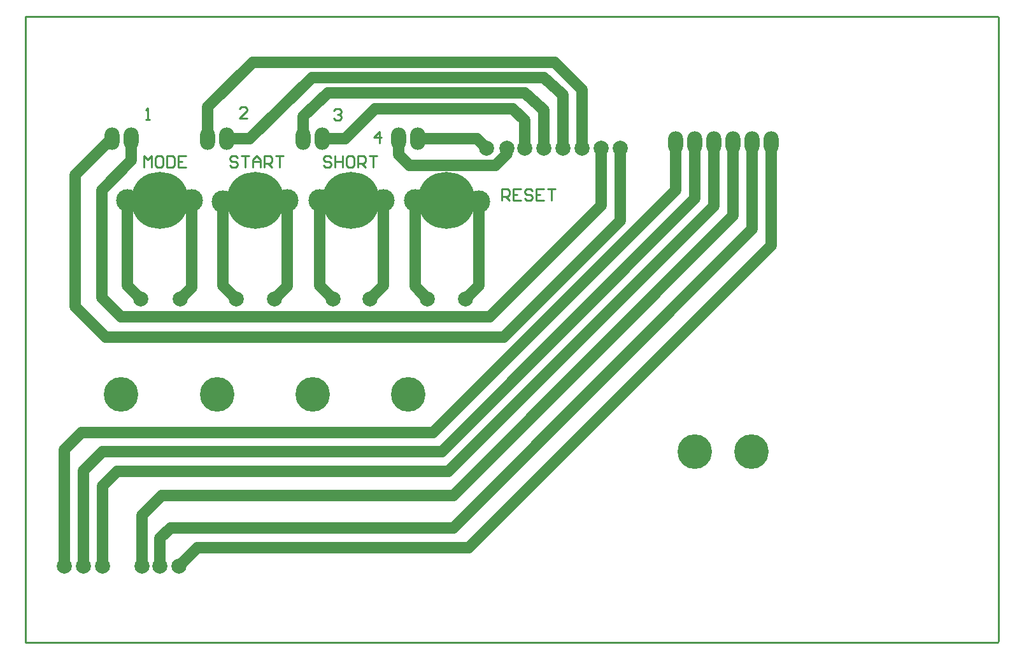
<source format=gbl>
%FSLAX42Y42*%
%MOMM*%
G71*
G01*
G75*
G04 Layer_Physical_Order=2*
%ADD10C,7.60*%
%ADD11C,1.50*%
%ADD12C,0.25*%
%ADD13C,3.00*%
%ADD14C,2.00*%
%ADD15O,2.00X3.00*%
%ADD16C,4.60*%
D10*
X8890Y9436D02*
D03*
X7620D02*
D03*
X6350D02*
D03*
X5080D02*
D03*
D11*
X5334Y4572D02*
X5575Y4813D01*
X9182D01*
X13208Y8839D01*
Y10211D01*
X5080Y4572D02*
Y4940D01*
X5220Y5080D01*
X8979D01*
X12954Y9055D01*
Y10211D01*
X4839Y4572D02*
Y5245D01*
X5105Y5512D01*
X8979D01*
X12700Y9233D01*
Y10211D01*
X4318Y4572D02*
Y5639D01*
X4508Y5829D01*
X8915D01*
X12446Y9360D01*
Y10211D01*
X4064Y4572D02*
Y5842D01*
X4318Y6096D01*
X8826D01*
X12192Y9461D01*
Y10211D01*
X3810Y4572D02*
Y6121D01*
X4039Y6350D01*
X8712D01*
X11938Y9576D01*
Y10211D01*
X11201Y9169D02*
Y10135D01*
X9652Y7620D02*
X11201Y9169D01*
X4356Y7620D02*
X9652D01*
X3950Y8026D02*
X4356Y7620D01*
X3950Y8026D02*
Y9779D01*
X4432Y10262D01*
X10947Y9373D02*
Y10135D01*
X9461Y7887D02*
X10947Y9373D01*
X4559Y7887D02*
X9461D01*
X4305Y8141D02*
X4559Y7887D01*
X4305Y8141D02*
Y9576D01*
X4699Y9969D01*
Y10262D01*
X10693Y10135D02*
Y10909D01*
X10325Y11278D02*
X10693Y10909D01*
X6312Y11278D02*
X10325D01*
X5715Y10681D02*
X6312Y11278D01*
X5715Y10262D02*
Y10681D01*
X10439Y10135D02*
Y10846D01*
X10185Y11074D02*
X10439Y10846D01*
X7099Y11074D02*
X10185D01*
X6274Y10262D02*
X7099Y11074D01*
X5969Y10262D02*
X6274D01*
X10185Y10135D02*
Y10643D01*
X9931Y10871D02*
X10185Y10643D01*
X7315Y10871D02*
X9931D01*
X6985Y10554D02*
X7315Y10871D01*
X6985Y10262D02*
Y10554D01*
X9931Y10135D02*
Y10503D01*
X9766Y10655D02*
X9931Y10503D01*
X7938Y10655D02*
X9766D01*
X7544Y10262D02*
X7938Y10655D01*
X7239Y10262D02*
X7544D01*
X9690Y10058D02*
Y10135D01*
X9538Y9906D02*
X9690Y10058D01*
X8395Y9906D02*
X9538D01*
X8255Y10046D02*
X8395Y9906D01*
X8255Y10046D02*
Y10262D01*
X9296D02*
X9423Y10135D01*
X8509Y10262D02*
X9296D01*
X9322Y8306D02*
Y9423D01*
X9157Y8141D02*
X9322Y8306D01*
X8471Y8293D02*
X8636Y8128D01*
X8471Y8293D02*
Y9436D01*
X8052Y8306D02*
Y9436D01*
X7874Y8128D02*
X8052Y8306D01*
X7201D02*
Y9436D01*
Y8306D02*
X7379Y8128D01*
X6769Y8293D02*
Y9436D01*
X6604Y8128D02*
X6769Y8293D01*
X5918Y8306D02*
X6096Y8128D01*
X5918Y8306D02*
Y9423D01*
X5347Y8128D02*
X5499Y8280D01*
X4648Y8306D02*
X4826Y8128D01*
X5499Y8280D02*
Y9436D01*
X4648Y8306D02*
Y9436D01*
D12*
X4432Y10262D02*
X4445D01*
X8001Y10198D02*
Y10350D01*
X7925Y10274D01*
X8026D01*
X7391Y10630D02*
X7417Y10655D01*
X7468D01*
X7493Y10630D01*
Y10604D01*
X7468Y10579D01*
X7442D01*
X7468D01*
X7493Y10554D01*
Y10528D01*
X7468Y10503D01*
X7417D01*
X7391Y10528D01*
X6236Y10528D02*
X6134D01*
X6236Y10630D01*
Y10655D01*
X6210Y10681D01*
X6159D01*
X6134Y10655D01*
X4890Y10516D02*
X4940D01*
X4915D01*
Y10668D01*
X4890Y10643D01*
X9627Y9436D02*
Y9588D01*
X9703D01*
X9728Y9563D01*
Y9512D01*
X9703Y9487D01*
X9627D01*
X9677D02*
X9728Y9436D01*
X9881Y9588D02*
X9779D01*
Y9436D01*
X9881D01*
X9779Y9512D02*
X9830D01*
X10033Y9563D02*
X10007Y9588D01*
X9957D01*
X9931Y9563D01*
Y9538D01*
X9957Y9512D01*
X10007D01*
X10033Y9487D01*
Y9461D01*
X10007Y9436D01*
X9957D01*
X9931Y9461D01*
X10185Y9588D02*
X10084D01*
Y9436D01*
X10185D01*
X10084Y9512D02*
X10134D01*
X10236Y9588D02*
X10338D01*
X10287D01*
Y9436D01*
X7353Y10008D02*
X7328Y10033D01*
X7277D01*
X7252Y10008D01*
Y9982D01*
X7277Y9957D01*
X7328D01*
X7353Y9931D01*
Y9906D01*
X7328Y9881D01*
X7277D01*
X7252Y9906D01*
X7404Y10033D02*
Y9881D01*
Y9957D01*
X7506D01*
Y10033D01*
Y9881D01*
X7633Y10033D02*
X7582D01*
X7556Y10008D01*
Y9906D01*
X7582Y9881D01*
X7633D01*
X7658Y9906D01*
Y10008D01*
X7633Y10033D01*
X7709Y9881D02*
Y10033D01*
X7785D01*
X7810Y10008D01*
Y9957D01*
X7785Y9931D01*
X7709D01*
X7760D02*
X7810Y9881D01*
X7861Y10033D02*
X7963D01*
X7912D01*
Y9881D01*
X6109Y10008D02*
X6083Y10033D01*
X6032D01*
X6007Y10008D01*
Y9982D01*
X6032Y9957D01*
X6083D01*
X6109Y9931D01*
Y9906D01*
X6083Y9881D01*
X6032D01*
X6007Y9906D01*
X6159Y10033D02*
X6261D01*
X6210D01*
Y9881D01*
X6312D02*
Y9982D01*
X6363Y10033D01*
X6413Y9982D01*
Y9881D01*
Y9957D01*
X6312D01*
X6464Y9881D02*
Y10033D01*
X6540D01*
X6566Y10008D01*
Y9957D01*
X6540Y9931D01*
X6464D01*
X6515D02*
X6566Y9881D01*
X6617Y10033D02*
X6718D01*
X6667D01*
Y9881D01*
X4864D02*
Y10033D01*
X4915Y9982D01*
X4966Y10033D01*
Y9881D01*
X5093Y10033D02*
X5042D01*
X5016Y10008D01*
Y9906D01*
X5042Y9881D01*
X5093D01*
X5118Y9906D01*
Y10008D01*
X5093Y10033D01*
X5169D02*
Y9881D01*
X5245D01*
X5270Y9906D01*
Y10008D01*
X5245Y10033D01*
X5169D01*
X5423D02*
X5321D01*
Y9881D01*
X5423D01*
X5321Y9957D02*
X5372D01*
X3289Y3556D02*
Y11887D01*
X16218D01*
X16231Y3569D02*
Y11875D01*
X3289Y3556D02*
X16218D01*
D13*
X9322Y9423D02*
D03*
X8471Y9436D02*
D03*
X8052D02*
D03*
X7201D02*
D03*
X6769D02*
D03*
X5918Y9423D02*
D03*
X5499Y9436D02*
D03*
X4648D02*
D03*
D14*
X9144Y8128D02*
D03*
X8636D02*
D03*
X7874D02*
D03*
X7379D02*
D03*
X6604D02*
D03*
X6096D02*
D03*
X5347D02*
D03*
X4826D02*
D03*
X11201Y10135D02*
D03*
X10947D02*
D03*
X10693D02*
D03*
X10439D02*
D03*
X10185D02*
D03*
X9931D02*
D03*
X9690D02*
D03*
X9423D02*
D03*
X5334Y4572D02*
D03*
X5080D02*
D03*
X4839D02*
D03*
X4318D02*
D03*
X4064D02*
D03*
X3810D02*
D03*
D15*
X13208Y10211D02*
D03*
X12954D02*
D03*
X12700D02*
D03*
X12446D02*
D03*
X12192D02*
D03*
X11938D02*
D03*
X8509Y10262D02*
D03*
X8255D02*
D03*
X7239D02*
D03*
X6985D02*
D03*
X5969D02*
D03*
X5715D02*
D03*
X4699D02*
D03*
X4445D02*
D03*
D16*
X12941Y6096D02*
D03*
X12192D02*
D03*
X8382Y6858D02*
D03*
X7112D02*
D03*
X5842D02*
D03*
X4559D02*
D03*
M02*

</source>
